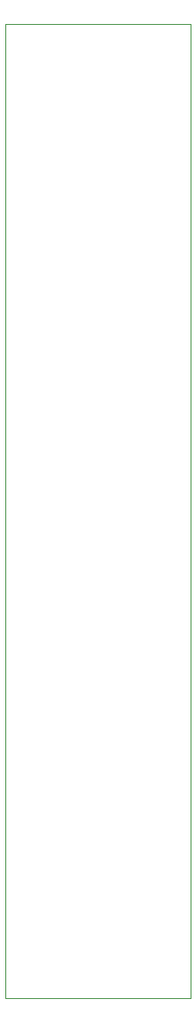
<source format=gbr>
G04 #@! TF.GenerationSoftware,KiCad,Pcbnew,8.0.1*
G04 #@! TF.CreationDate,2025-02-25T21:33:37-07:00*
G04 #@! TF.ProjectId,VibrationBand,56696272-6174-4696-9f6e-42616e642e6b,rev?*
G04 #@! TF.SameCoordinates,Original*
G04 #@! TF.FileFunction,Profile,NP*
%FSLAX46Y46*%
G04 Gerber Fmt 4.6, Leading zero omitted, Abs format (unit mm)*
G04 Created by KiCad (PCBNEW 8.0.1) date 2025-02-25 21:33:37*
%MOMM*%
%LPD*%
G01*
G04 APERTURE LIST*
G04 #@! TA.AperFunction,Profile*
%ADD10C,0.050000*%
G04 #@! TD*
G04 APERTURE END LIST*
D10*
X104210000Y-44800000D02*
X121950000Y-44800000D01*
X121950000Y-137600000D01*
X104210000Y-137600000D01*
X104210000Y-44800000D01*
M02*

</source>
